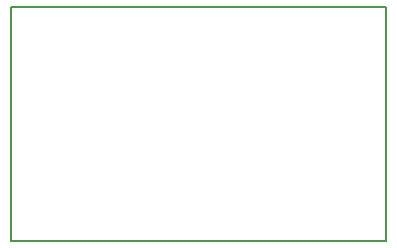
<source format=gm1>
G04 MADE WITH FRITZING*
G04 WWW.FRITZING.ORG*
G04 DOUBLE SIDED*
G04 HOLES PLATED*
G04 CONTOUR ON CENTER OF CONTOUR VECTOR*
%ASAXBY*%
%FSLAX23Y23*%
%MOIN*%
%OFA0B0*%
%SFA1.0B1.0*%
%ADD10R,1.259840X0.787402*%
%ADD11C,0.008000*%
%ADD10C,0.008*%
%LNCONTOUR*%
G90*
G70*
G54D10*
G54D11*
X4Y783D02*
X1256Y783D01*
X1256Y4D01*
X4Y4D01*
X4Y783D01*
D02*
G04 End of contour*
M02*
</source>
